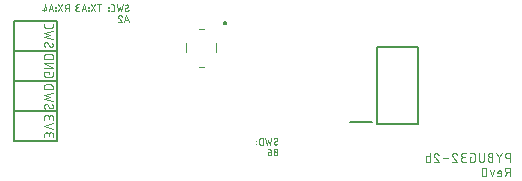
<source format=gbr>
G04 EAGLE Gerber RS-274X export*
G75*
%MOMM*%
%FSLAX34Y34*%
%LPD*%
%INSilkscreen Bottom*%
%IPPOS*%
%AMOC8*
5,1,8,0,0,1.08239X$1,22.5*%
G01*
%ADD10C,0.076200*%
%ADD11C,0.203200*%
%ADD12C,0.050800*%
%ADD13C,0.200000*%
%ADD14C,0.100000*%


D10*
X31228Y71783D02*
X31150Y71781D01*
X31072Y71776D01*
X30995Y71766D01*
X30918Y71753D01*
X30842Y71737D01*
X30767Y71717D01*
X30693Y71693D01*
X30620Y71666D01*
X30548Y71635D01*
X30478Y71601D01*
X30410Y71564D01*
X30343Y71523D01*
X30278Y71479D01*
X30216Y71433D01*
X30156Y71383D01*
X30098Y71331D01*
X30043Y71276D01*
X29991Y71218D01*
X29941Y71158D01*
X29895Y71096D01*
X29851Y71031D01*
X29810Y70965D01*
X29773Y70896D01*
X29739Y70826D01*
X29708Y70754D01*
X29681Y70681D01*
X29657Y70607D01*
X29637Y70532D01*
X29621Y70456D01*
X29608Y70379D01*
X29598Y70302D01*
X29593Y70224D01*
X29591Y70146D01*
X29593Y70032D01*
X29598Y69919D01*
X29608Y69805D01*
X29621Y69692D01*
X29638Y69580D01*
X29658Y69468D01*
X29682Y69357D01*
X29710Y69246D01*
X29741Y69137D01*
X29776Y69029D01*
X29815Y68922D01*
X29857Y68816D01*
X29902Y68712D01*
X29951Y68609D01*
X30004Y68508D01*
X30059Y68409D01*
X30118Y68311D01*
X30180Y68216D01*
X30245Y68123D01*
X30313Y68031D01*
X30384Y67943D01*
X30458Y67856D01*
X30535Y67772D01*
X30614Y67691D01*
X35320Y67895D02*
X35398Y67897D01*
X35476Y67902D01*
X35553Y67912D01*
X35630Y67925D01*
X35706Y67941D01*
X35781Y67961D01*
X35855Y67985D01*
X35928Y68012D01*
X36000Y68043D01*
X36070Y68077D01*
X36139Y68114D01*
X36205Y68155D01*
X36270Y68199D01*
X36332Y68245D01*
X36392Y68295D01*
X36450Y68347D01*
X36505Y68402D01*
X36557Y68460D01*
X36607Y68520D01*
X36653Y68582D01*
X36697Y68647D01*
X36738Y68714D01*
X36775Y68782D01*
X36809Y68852D01*
X36840Y68924D01*
X36867Y68997D01*
X36891Y69071D01*
X36911Y69146D01*
X36927Y69222D01*
X36940Y69299D01*
X36950Y69376D01*
X36955Y69454D01*
X36957Y69532D01*
X36955Y69642D01*
X36949Y69751D01*
X36939Y69861D01*
X36926Y69969D01*
X36908Y70078D01*
X36887Y70185D01*
X36861Y70292D01*
X36832Y70398D01*
X36800Y70503D01*
X36763Y70606D01*
X36723Y70708D01*
X36679Y70809D01*
X36631Y70908D01*
X36581Y71005D01*
X36526Y71100D01*
X36468Y71193D01*
X36407Y71284D01*
X36343Y71373D01*
X33887Y68714D02*
X33929Y68647D01*
X33973Y68582D01*
X34021Y68520D01*
X34071Y68460D01*
X34124Y68402D01*
X34180Y68347D01*
X34239Y68295D01*
X34299Y68245D01*
X34363Y68198D01*
X34428Y68155D01*
X34495Y68114D01*
X34564Y68077D01*
X34635Y68043D01*
X34707Y68012D01*
X34781Y67985D01*
X34855Y67961D01*
X34931Y67941D01*
X35008Y67925D01*
X35085Y67912D01*
X35163Y67902D01*
X35242Y67897D01*
X35320Y67895D01*
X32660Y70965D02*
X32618Y71031D01*
X32574Y71096D01*
X32527Y71158D01*
X32476Y71218D01*
X32423Y71276D01*
X32367Y71331D01*
X32309Y71384D01*
X32248Y71433D01*
X32185Y71480D01*
X32120Y71523D01*
X32053Y71564D01*
X31984Y71601D01*
X31913Y71635D01*
X31841Y71666D01*
X31767Y71693D01*
X31692Y71717D01*
X31617Y71737D01*
X31540Y71753D01*
X31463Y71766D01*
X31385Y71776D01*
X31306Y71781D01*
X31228Y71783D01*
X32660Y70965D02*
X33888Y68714D01*
X36957Y74510D02*
X29591Y76147D01*
X34502Y77784D01*
X29591Y79421D01*
X36957Y81058D01*
X36957Y84272D02*
X29591Y84272D01*
X36957Y84272D02*
X36957Y86318D01*
X36955Y86407D01*
X36949Y86496D01*
X36939Y86585D01*
X36926Y86673D01*
X36909Y86761D01*
X36887Y86848D01*
X36862Y86933D01*
X36834Y87018D01*
X36801Y87101D01*
X36765Y87183D01*
X36726Y87263D01*
X36683Y87341D01*
X36637Y87417D01*
X36587Y87492D01*
X36534Y87564D01*
X36478Y87633D01*
X36419Y87700D01*
X36358Y87765D01*
X36293Y87826D01*
X36226Y87885D01*
X36157Y87941D01*
X36085Y87994D01*
X36010Y88044D01*
X35934Y88090D01*
X35856Y88133D01*
X35776Y88172D01*
X35694Y88208D01*
X35611Y88241D01*
X35526Y88269D01*
X35441Y88294D01*
X35354Y88316D01*
X35266Y88333D01*
X35178Y88346D01*
X35089Y88356D01*
X35000Y88362D01*
X34911Y88364D01*
X31637Y88364D01*
X31548Y88362D01*
X31459Y88356D01*
X31370Y88346D01*
X31282Y88333D01*
X31194Y88316D01*
X31107Y88294D01*
X31022Y88269D01*
X30937Y88241D01*
X30854Y88208D01*
X30772Y88172D01*
X30692Y88133D01*
X30614Y88090D01*
X30538Y88044D01*
X30463Y87994D01*
X30391Y87941D01*
X30322Y87885D01*
X30255Y87826D01*
X30190Y87765D01*
X30129Y87700D01*
X30070Y87633D01*
X30014Y87564D01*
X29961Y87492D01*
X29911Y87417D01*
X29865Y87341D01*
X29822Y87263D01*
X29783Y87183D01*
X29747Y87101D01*
X29714Y87018D01*
X29686Y86933D01*
X29661Y86848D01*
X29639Y86761D01*
X29622Y86673D01*
X29609Y86585D01*
X29599Y86496D01*
X29593Y86407D01*
X29591Y86318D01*
X29591Y84272D01*
X29591Y45607D02*
X29591Y43561D01*
X29591Y45607D02*
X29593Y45696D01*
X29599Y45785D01*
X29609Y45874D01*
X29622Y45962D01*
X29639Y46050D01*
X29661Y46137D01*
X29686Y46222D01*
X29714Y46307D01*
X29747Y46390D01*
X29783Y46472D01*
X29822Y46552D01*
X29865Y46630D01*
X29911Y46706D01*
X29961Y46781D01*
X30014Y46853D01*
X30070Y46922D01*
X30129Y46989D01*
X30190Y47054D01*
X30255Y47115D01*
X30322Y47174D01*
X30391Y47230D01*
X30463Y47283D01*
X30538Y47333D01*
X30614Y47379D01*
X30692Y47422D01*
X30772Y47461D01*
X30854Y47497D01*
X30937Y47530D01*
X31022Y47558D01*
X31107Y47583D01*
X31194Y47605D01*
X31282Y47622D01*
X31370Y47635D01*
X31459Y47645D01*
X31548Y47651D01*
X31637Y47653D01*
X31726Y47651D01*
X31815Y47645D01*
X31904Y47635D01*
X31992Y47622D01*
X32080Y47605D01*
X32167Y47583D01*
X32252Y47558D01*
X32337Y47530D01*
X32420Y47497D01*
X32502Y47461D01*
X32582Y47422D01*
X32660Y47379D01*
X32736Y47333D01*
X32811Y47283D01*
X32883Y47230D01*
X32952Y47174D01*
X33019Y47115D01*
X33084Y47054D01*
X33145Y46989D01*
X33204Y46922D01*
X33260Y46853D01*
X33313Y46781D01*
X33363Y46706D01*
X33409Y46630D01*
X33452Y46552D01*
X33491Y46472D01*
X33527Y46390D01*
X33560Y46307D01*
X33588Y46222D01*
X33613Y46137D01*
X33635Y46050D01*
X33652Y45962D01*
X33665Y45874D01*
X33675Y45785D01*
X33681Y45696D01*
X33683Y45607D01*
X36957Y46016D02*
X36957Y43561D01*
X36957Y46016D02*
X36955Y46095D01*
X36949Y46174D01*
X36940Y46253D01*
X36927Y46331D01*
X36909Y46408D01*
X36889Y46484D01*
X36864Y46559D01*
X36836Y46633D01*
X36805Y46706D01*
X36769Y46777D01*
X36731Y46846D01*
X36689Y46913D01*
X36644Y46978D01*
X36596Y47041D01*
X36545Y47102D01*
X36491Y47159D01*
X36435Y47215D01*
X36376Y47267D01*
X36314Y47317D01*
X36250Y47363D01*
X36184Y47407D01*
X36116Y47447D01*
X36046Y47483D01*
X35974Y47517D01*
X35900Y47547D01*
X35826Y47573D01*
X35750Y47596D01*
X35673Y47614D01*
X35596Y47630D01*
X35517Y47641D01*
X35439Y47649D01*
X35360Y47653D01*
X35280Y47653D01*
X35201Y47649D01*
X35123Y47641D01*
X35044Y47630D01*
X34967Y47614D01*
X34890Y47596D01*
X34814Y47573D01*
X34740Y47547D01*
X34666Y47517D01*
X34594Y47483D01*
X34524Y47447D01*
X34456Y47407D01*
X34390Y47363D01*
X34326Y47317D01*
X34264Y47267D01*
X34205Y47215D01*
X34149Y47159D01*
X34095Y47102D01*
X34044Y47041D01*
X33996Y46978D01*
X33951Y46913D01*
X33909Y46846D01*
X33871Y46777D01*
X33835Y46706D01*
X33804Y46633D01*
X33776Y46559D01*
X33751Y46484D01*
X33731Y46408D01*
X33713Y46331D01*
X33700Y46253D01*
X33691Y46174D01*
X33685Y46095D01*
X33683Y46016D01*
X33683Y44379D01*
X36957Y50467D02*
X29591Y52922D01*
X36957Y55378D01*
X29591Y58191D02*
X29591Y60237D01*
X29593Y60326D01*
X29599Y60415D01*
X29609Y60504D01*
X29622Y60592D01*
X29639Y60680D01*
X29661Y60767D01*
X29686Y60852D01*
X29714Y60937D01*
X29747Y61020D01*
X29783Y61102D01*
X29822Y61182D01*
X29865Y61260D01*
X29911Y61336D01*
X29961Y61411D01*
X30014Y61483D01*
X30070Y61552D01*
X30129Y61619D01*
X30190Y61684D01*
X30255Y61745D01*
X30322Y61804D01*
X30391Y61860D01*
X30463Y61913D01*
X30538Y61963D01*
X30614Y62009D01*
X30692Y62052D01*
X30772Y62091D01*
X30854Y62127D01*
X30937Y62160D01*
X31022Y62188D01*
X31107Y62213D01*
X31194Y62235D01*
X31282Y62252D01*
X31370Y62265D01*
X31459Y62275D01*
X31548Y62281D01*
X31637Y62283D01*
X31726Y62281D01*
X31815Y62275D01*
X31904Y62265D01*
X31992Y62252D01*
X32080Y62235D01*
X32167Y62213D01*
X32252Y62188D01*
X32337Y62160D01*
X32420Y62127D01*
X32502Y62091D01*
X32582Y62052D01*
X32660Y62009D01*
X32736Y61963D01*
X32811Y61913D01*
X32883Y61860D01*
X32952Y61804D01*
X33019Y61745D01*
X33084Y61684D01*
X33145Y61619D01*
X33204Y61552D01*
X33260Y61483D01*
X33313Y61411D01*
X33363Y61336D01*
X33409Y61260D01*
X33452Y61182D01*
X33491Y61102D01*
X33527Y61020D01*
X33560Y60937D01*
X33588Y60852D01*
X33613Y60767D01*
X33635Y60680D01*
X33652Y60592D01*
X33665Y60504D01*
X33675Y60415D01*
X33681Y60326D01*
X33683Y60237D01*
X36957Y60647D02*
X36957Y58191D01*
X36957Y60647D02*
X36955Y60726D01*
X36949Y60805D01*
X36940Y60884D01*
X36927Y60962D01*
X36909Y61039D01*
X36889Y61115D01*
X36864Y61190D01*
X36836Y61264D01*
X36805Y61337D01*
X36769Y61408D01*
X36731Y61477D01*
X36689Y61544D01*
X36644Y61609D01*
X36596Y61672D01*
X36545Y61733D01*
X36491Y61790D01*
X36435Y61846D01*
X36376Y61898D01*
X36314Y61948D01*
X36250Y61994D01*
X36184Y62038D01*
X36116Y62078D01*
X36046Y62114D01*
X35974Y62148D01*
X35900Y62178D01*
X35826Y62204D01*
X35750Y62227D01*
X35673Y62245D01*
X35596Y62261D01*
X35517Y62272D01*
X35439Y62280D01*
X35360Y62284D01*
X35280Y62284D01*
X35201Y62280D01*
X35123Y62272D01*
X35044Y62261D01*
X34967Y62245D01*
X34890Y62227D01*
X34814Y62204D01*
X34740Y62178D01*
X34666Y62148D01*
X34594Y62114D01*
X34524Y62078D01*
X34456Y62038D01*
X34390Y61994D01*
X34326Y61948D01*
X34264Y61898D01*
X34205Y61846D01*
X34149Y61790D01*
X34095Y61733D01*
X34044Y61672D01*
X33996Y61609D01*
X33951Y61544D01*
X33909Y61477D01*
X33871Y61408D01*
X33835Y61337D01*
X33804Y61264D01*
X33776Y61190D01*
X33751Y61115D01*
X33731Y61039D01*
X33713Y60962D01*
X33700Y60884D01*
X33691Y60805D01*
X33685Y60726D01*
X33683Y60647D01*
X33683Y59010D01*
X33683Y97226D02*
X33683Y98453D01*
X29591Y98453D01*
X29591Y95998D01*
X29593Y95920D01*
X29598Y95842D01*
X29608Y95765D01*
X29621Y95688D01*
X29637Y95612D01*
X29657Y95537D01*
X29681Y95463D01*
X29708Y95390D01*
X29739Y95318D01*
X29773Y95248D01*
X29810Y95180D01*
X29851Y95113D01*
X29895Y95048D01*
X29941Y94986D01*
X29991Y94926D01*
X30043Y94868D01*
X30098Y94813D01*
X30156Y94761D01*
X30216Y94711D01*
X30278Y94665D01*
X30343Y94621D01*
X30409Y94580D01*
X30478Y94543D01*
X30548Y94509D01*
X30620Y94478D01*
X30693Y94451D01*
X30767Y94427D01*
X30842Y94407D01*
X30918Y94391D01*
X30995Y94378D01*
X31072Y94368D01*
X31150Y94363D01*
X31228Y94361D01*
X35320Y94361D01*
X35398Y94363D01*
X35476Y94368D01*
X35553Y94378D01*
X35630Y94391D01*
X35706Y94407D01*
X35781Y94427D01*
X35855Y94451D01*
X35928Y94478D01*
X36000Y94509D01*
X36070Y94543D01*
X36139Y94580D01*
X36205Y94621D01*
X36270Y94665D01*
X36332Y94711D01*
X36392Y94761D01*
X36450Y94813D01*
X36505Y94868D01*
X36557Y94926D01*
X36607Y94986D01*
X36653Y95048D01*
X36697Y95113D01*
X36738Y95180D01*
X36775Y95248D01*
X36809Y95318D01*
X36840Y95390D01*
X36867Y95463D01*
X36891Y95537D01*
X36911Y95612D01*
X36927Y95688D01*
X36940Y95765D01*
X36950Y95842D01*
X36955Y95920D01*
X36957Y95998D01*
X36957Y98453D01*
X36957Y102164D02*
X29591Y102164D01*
X29591Y106256D02*
X36957Y102164D01*
X36957Y106256D02*
X29591Y106256D01*
X29591Y109967D02*
X36957Y109967D01*
X36957Y112013D01*
X36955Y112102D01*
X36949Y112191D01*
X36939Y112280D01*
X36926Y112368D01*
X36909Y112456D01*
X36887Y112543D01*
X36862Y112628D01*
X36834Y112713D01*
X36801Y112796D01*
X36765Y112878D01*
X36726Y112958D01*
X36683Y113036D01*
X36637Y113112D01*
X36587Y113187D01*
X36534Y113259D01*
X36478Y113328D01*
X36419Y113395D01*
X36358Y113460D01*
X36293Y113521D01*
X36226Y113580D01*
X36157Y113636D01*
X36085Y113689D01*
X36010Y113739D01*
X35934Y113785D01*
X35856Y113828D01*
X35776Y113867D01*
X35694Y113903D01*
X35611Y113936D01*
X35526Y113964D01*
X35441Y113989D01*
X35354Y114011D01*
X35266Y114028D01*
X35178Y114041D01*
X35089Y114051D01*
X35000Y114057D01*
X34911Y114059D01*
X31637Y114059D01*
X31548Y114057D01*
X31459Y114051D01*
X31370Y114041D01*
X31282Y114028D01*
X31194Y114011D01*
X31107Y113989D01*
X31022Y113964D01*
X30937Y113936D01*
X30854Y113903D01*
X30772Y113867D01*
X30692Y113828D01*
X30614Y113785D01*
X30538Y113739D01*
X30463Y113689D01*
X30391Y113636D01*
X30322Y113580D01*
X30255Y113521D01*
X30190Y113460D01*
X30129Y113395D01*
X30070Y113328D01*
X30014Y113259D01*
X29961Y113187D01*
X29911Y113112D01*
X29865Y113036D01*
X29822Y112958D01*
X29783Y112878D01*
X29747Y112796D01*
X29714Y112713D01*
X29686Y112628D01*
X29661Y112543D01*
X29639Y112456D01*
X29622Y112368D01*
X29609Y112280D01*
X29599Y112191D01*
X29593Y112102D01*
X29591Y112013D01*
X29591Y109967D01*
X29591Y122216D02*
X29593Y122294D01*
X29598Y122372D01*
X29608Y122449D01*
X29621Y122526D01*
X29637Y122602D01*
X29657Y122677D01*
X29681Y122751D01*
X29708Y122824D01*
X29739Y122896D01*
X29773Y122966D01*
X29810Y123035D01*
X29851Y123101D01*
X29895Y123166D01*
X29941Y123228D01*
X29991Y123288D01*
X30043Y123346D01*
X30098Y123401D01*
X30156Y123453D01*
X30216Y123503D01*
X30278Y123549D01*
X30343Y123593D01*
X30410Y123634D01*
X30478Y123671D01*
X30548Y123705D01*
X30620Y123736D01*
X30693Y123763D01*
X30767Y123787D01*
X30842Y123807D01*
X30918Y123823D01*
X30995Y123836D01*
X31072Y123846D01*
X31150Y123851D01*
X31228Y123853D01*
X29591Y122216D02*
X29593Y122102D01*
X29598Y121989D01*
X29608Y121875D01*
X29621Y121762D01*
X29638Y121650D01*
X29658Y121538D01*
X29682Y121427D01*
X29710Y121316D01*
X29741Y121207D01*
X29776Y121099D01*
X29815Y120992D01*
X29857Y120886D01*
X29902Y120782D01*
X29951Y120679D01*
X30004Y120578D01*
X30059Y120479D01*
X30118Y120381D01*
X30180Y120286D01*
X30245Y120193D01*
X30313Y120101D01*
X30384Y120013D01*
X30458Y119926D01*
X30535Y119842D01*
X30614Y119761D01*
X35320Y119965D02*
X35398Y119967D01*
X35476Y119972D01*
X35553Y119982D01*
X35630Y119995D01*
X35706Y120011D01*
X35781Y120031D01*
X35855Y120055D01*
X35928Y120082D01*
X36000Y120113D01*
X36070Y120147D01*
X36139Y120184D01*
X36205Y120225D01*
X36270Y120269D01*
X36332Y120315D01*
X36392Y120365D01*
X36450Y120417D01*
X36505Y120472D01*
X36557Y120530D01*
X36607Y120590D01*
X36653Y120652D01*
X36697Y120717D01*
X36738Y120784D01*
X36775Y120852D01*
X36809Y120922D01*
X36840Y120994D01*
X36867Y121067D01*
X36891Y121141D01*
X36911Y121216D01*
X36927Y121292D01*
X36940Y121369D01*
X36950Y121446D01*
X36955Y121524D01*
X36957Y121602D01*
X36955Y121712D01*
X36949Y121821D01*
X36939Y121931D01*
X36926Y122039D01*
X36908Y122148D01*
X36887Y122255D01*
X36861Y122362D01*
X36832Y122468D01*
X36800Y122573D01*
X36763Y122676D01*
X36723Y122778D01*
X36679Y122879D01*
X36631Y122978D01*
X36581Y123075D01*
X36526Y123170D01*
X36468Y123263D01*
X36407Y123354D01*
X36343Y123443D01*
X33887Y120784D02*
X33929Y120717D01*
X33973Y120652D01*
X34021Y120590D01*
X34071Y120530D01*
X34124Y120472D01*
X34180Y120417D01*
X34239Y120365D01*
X34299Y120315D01*
X34363Y120268D01*
X34428Y120225D01*
X34495Y120184D01*
X34564Y120147D01*
X34635Y120113D01*
X34707Y120082D01*
X34781Y120055D01*
X34855Y120031D01*
X34931Y120011D01*
X35008Y119995D01*
X35085Y119982D01*
X35163Y119972D01*
X35242Y119967D01*
X35320Y119965D01*
X32660Y123035D02*
X32618Y123101D01*
X32574Y123166D01*
X32527Y123228D01*
X32476Y123288D01*
X32423Y123346D01*
X32367Y123401D01*
X32309Y123454D01*
X32248Y123503D01*
X32185Y123550D01*
X32120Y123593D01*
X32053Y123634D01*
X31984Y123671D01*
X31913Y123705D01*
X31841Y123736D01*
X31767Y123763D01*
X31692Y123787D01*
X31617Y123807D01*
X31540Y123823D01*
X31463Y123836D01*
X31385Y123846D01*
X31306Y123851D01*
X31228Y123853D01*
X32660Y123035D02*
X33888Y120784D01*
X36957Y126580D02*
X29591Y128217D01*
X34502Y129854D01*
X29591Y131491D01*
X36957Y133128D01*
X29591Y137712D02*
X29591Y139349D01*
X29591Y137712D02*
X29593Y137634D01*
X29598Y137556D01*
X29608Y137479D01*
X29621Y137402D01*
X29637Y137326D01*
X29657Y137251D01*
X29681Y137177D01*
X29708Y137104D01*
X29739Y137032D01*
X29773Y136962D01*
X29810Y136894D01*
X29851Y136827D01*
X29895Y136762D01*
X29941Y136700D01*
X29991Y136640D01*
X30043Y136582D01*
X30098Y136527D01*
X30156Y136475D01*
X30216Y136425D01*
X30278Y136379D01*
X30343Y136335D01*
X30409Y136294D01*
X30478Y136257D01*
X30548Y136223D01*
X30620Y136192D01*
X30693Y136165D01*
X30767Y136141D01*
X30842Y136121D01*
X30918Y136105D01*
X30995Y136092D01*
X31072Y136082D01*
X31150Y136077D01*
X31228Y136075D01*
X35320Y136075D01*
X35398Y136077D01*
X35476Y136082D01*
X35553Y136092D01*
X35630Y136105D01*
X35706Y136121D01*
X35781Y136141D01*
X35855Y136165D01*
X35928Y136192D01*
X36000Y136223D01*
X36070Y136257D01*
X36139Y136294D01*
X36205Y136335D01*
X36270Y136379D01*
X36332Y136425D01*
X36392Y136475D01*
X36450Y136527D01*
X36505Y136582D01*
X36557Y136640D01*
X36607Y136700D01*
X36653Y136762D01*
X36697Y136827D01*
X36738Y136894D01*
X36775Y136962D01*
X36809Y137032D01*
X36840Y137104D01*
X36867Y137177D01*
X36891Y137251D01*
X36911Y137326D01*
X36927Y137402D01*
X36940Y137479D01*
X36950Y137556D01*
X36955Y137634D01*
X36957Y137712D01*
X36957Y139349D01*
X423799Y30099D02*
X423799Y22733D01*
X423799Y30099D02*
X421753Y30099D01*
X421664Y30097D01*
X421575Y30091D01*
X421486Y30081D01*
X421398Y30068D01*
X421310Y30051D01*
X421223Y30029D01*
X421138Y30004D01*
X421053Y29976D01*
X420970Y29943D01*
X420888Y29907D01*
X420808Y29868D01*
X420730Y29825D01*
X420654Y29779D01*
X420579Y29729D01*
X420507Y29676D01*
X420438Y29620D01*
X420371Y29561D01*
X420306Y29500D01*
X420245Y29435D01*
X420186Y29368D01*
X420130Y29299D01*
X420077Y29227D01*
X420027Y29152D01*
X419981Y29076D01*
X419938Y28998D01*
X419899Y28918D01*
X419863Y28836D01*
X419830Y28753D01*
X419802Y28668D01*
X419777Y28583D01*
X419755Y28496D01*
X419738Y28408D01*
X419725Y28320D01*
X419715Y28231D01*
X419709Y28142D01*
X419707Y28053D01*
X419709Y27964D01*
X419715Y27875D01*
X419725Y27786D01*
X419738Y27698D01*
X419755Y27610D01*
X419777Y27523D01*
X419802Y27438D01*
X419830Y27353D01*
X419863Y27270D01*
X419899Y27188D01*
X419938Y27108D01*
X419981Y27030D01*
X420027Y26954D01*
X420077Y26879D01*
X420130Y26807D01*
X420186Y26738D01*
X420245Y26671D01*
X420306Y26606D01*
X420371Y26545D01*
X420438Y26486D01*
X420507Y26430D01*
X420579Y26377D01*
X420654Y26327D01*
X420730Y26281D01*
X420808Y26238D01*
X420888Y26199D01*
X420970Y26163D01*
X421053Y26130D01*
X421138Y26102D01*
X421223Y26077D01*
X421310Y26055D01*
X421398Y26038D01*
X421486Y26025D01*
X421575Y26015D01*
X421664Y26009D01*
X421753Y26007D01*
X423799Y26007D01*
X417255Y30099D02*
X414799Y26621D01*
X412344Y30099D01*
X414799Y26621D02*
X414799Y22733D01*
X409169Y26825D02*
X407123Y26825D01*
X407034Y26823D01*
X406945Y26817D01*
X406856Y26807D01*
X406768Y26794D01*
X406680Y26777D01*
X406593Y26755D01*
X406508Y26730D01*
X406423Y26702D01*
X406340Y26669D01*
X406258Y26633D01*
X406178Y26594D01*
X406100Y26551D01*
X406024Y26505D01*
X405949Y26455D01*
X405877Y26402D01*
X405808Y26346D01*
X405741Y26287D01*
X405676Y26226D01*
X405615Y26161D01*
X405556Y26094D01*
X405500Y26025D01*
X405447Y25953D01*
X405397Y25878D01*
X405351Y25802D01*
X405308Y25724D01*
X405269Y25644D01*
X405233Y25562D01*
X405200Y25479D01*
X405172Y25394D01*
X405147Y25309D01*
X405125Y25222D01*
X405108Y25134D01*
X405095Y25046D01*
X405085Y24957D01*
X405079Y24868D01*
X405077Y24779D01*
X405079Y24690D01*
X405085Y24601D01*
X405095Y24512D01*
X405108Y24424D01*
X405125Y24336D01*
X405147Y24249D01*
X405172Y24164D01*
X405200Y24079D01*
X405233Y23996D01*
X405269Y23914D01*
X405308Y23834D01*
X405351Y23756D01*
X405397Y23680D01*
X405447Y23605D01*
X405500Y23533D01*
X405556Y23464D01*
X405615Y23397D01*
X405676Y23332D01*
X405741Y23271D01*
X405808Y23212D01*
X405877Y23156D01*
X405949Y23103D01*
X406024Y23053D01*
X406100Y23007D01*
X406178Y22964D01*
X406258Y22925D01*
X406340Y22889D01*
X406423Y22856D01*
X406508Y22828D01*
X406593Y22803D01*
X406680Y22781D01*
X406768Y22764D01*
X406856Y22751D01*
X406945Y22741D01*
X407034Y22735D01*
X407123Y22733D01*
X409169Y22733D01*
X409169Y30099D01*
X407123Y30099D01*
X407044Y30097D01*
X406965Y30091D01*
X406886Y30082D01*
X406808Y30069D01*
X406731Y30051D01*
X406655Y30031D01*
X406580Y30006D01*
X406506Y29978D01*
X406433Y29947D01*
X406362Y29911D01*
X406293Y29873D01*
X406226Y29831D01*
X406161Y29786D01*
X406098Y29738D01*
X406037Y29687D01*
X405980Y29633D01*
X405924Y29577D01*
X405872Y29518D01*
X405822Y29456D01*
X405776Y29392D01*
X405732Y29326D01*
X405692Y29258D01*
X405656Y29188D01*
X405622Y29116D01*
X405592Y29042D01*
X405566Y28968D01*
X405543Y28892D01*
X405525Y28815D01*
X405509Y28738D01*
X405498Y28659D01*
X405490Y28581D01*
X405486Y28502D01*
X405486Y28422D01*
X405490Y28343D01*
X405498Y28265D01*
X405509Y28186D01*
X405525Y28109D01*
X405543Y28032D01*
X405566Y27956D01*
X405592Y27882D01*
X405622Y27808D01*
X405656Y27736D01*
X405692Y27666D01*
X405732Y27598D01*
X405776Y27532D01*
X405822Y27468D01*
X405872Y27406D01*
X405924Y27347D01*
X405980Y27291D01*
X406037Y27237D01*
X406098Y27186D01*
X406161Y27138D01*
X406226Y27093D01*
X406293Y27051D01*
X406362Y27013D01*
X406433Y26977D01*
X406506Y26946D01*
X406580Y26918D01*
X406655Y26893D01*
X406731Y26873D01*
X406808Y26855D01*
X406886Y26842D01*
X406965Y26833D01*
X407044Y26827D01*
X407123Y26825D01*
X401971Y24779D02*
X401971Y30099D01*
X401971Y24779D02*
X401969Y24690D01*
X401963Y24601D01*
X401953Y24512D01*
X401940Y24424D01*
X401923Y24336D01*
X401901Y24249D01*
X401876Y24164D01*
X401848Y24079D01*
X401815Y23996D01*
X401779Y23914D01*
X401740Y23834D01*
X401697Y23756D01*
X401651Y23680D01*
X401601Y23605D01*
X401548Y23533D01*
X401492Y23464D01*
X401433Y23397D01*
X401372Y23332D01*
X401307Y23271D01*
X401240Y23212D01*
X401171Y23156D01*
X401099Y23103D01*
X401024Y23053D01*
X400948Y23007D01*
X400870Y22964D01*
X400790Y22925D01*
X400708Y22889D01*
X400625Y22856D01*
X400540Y22828D01*
X400455Y22803D01*
X400368Y22781D01*
X400280Y22764D01*
X400192Y22751D01*
X400103Y22741D01*
X400014Y22735D01*
X399925Y22733D01*
X399836Y22735D01*
X399747Y22741D01*
X399658Y22751D01*
X399570Y22764D01*
X399482Y22781D01*
X399395Y22803D01*
X399310Y22828D01*
X399225Y22856D01*
X399142Y22889D01*
X399060Y22925D01*
X398980Y22964D01*
X398902Y23007D01*
X398826Y23053D01*
X398751Y23103D01*
X398679Y23156D01*
X398610Y23212D01*
X398543Y23271D01*
X398478Y23332D01*
X398417Y23397D01*
X398358Y23464D01*
X398302Y23533D01*
X398249Y23605D01*
X398199Y23680D01*
X398153Y23756D01*
X398110Y23834D01*
X398071Y23914D01*
X398035Y23996D01*
X398002Y24079D01*
X397974Y24164D01*
X397949Y24249D01*
X397927Y24336D01*
X397910Y24424D01*
X397897Y24512D01*
X397887Y24601D01*
X397881Y24690D01*
X397879Y24779D01*
X397879Y30099D01*
X391304Y26825D02*
X390076Y26825D01*
X390076Y22733D01*
X392531Y22733D01*
X392609Y22735D01*
X392687Y22740D01*
X392764Y22750D01*
X392841Y22763D01*
X392917Y22779D01*
X392992Y22799D01*
X393066Y22823D01*
X393139Y22850D01*
X393211Y22881D01*
X393281Y22915D01*
X393350Y22952D01*
X393416Y22993D01*
X393481Y23037D01*
X393543Y23083D01*
X393603Y23133D01*
X393661Y23185D01*
X393716Y23240D01*
X393768Y23298D01*
X393818Y23358D01*
X393864Y23420D01*
X393908Y23485D01*
X393949Y23552D01*
X393986Y23620D01*
X394020Y23690D01*
X394051Y23762D01*
X394078Y23835D01*
X394102Y23909D01*
X394122Y23984D01*
X394138Y24060D01*
X394151Y24137D01*
X394161Y24214D01*
X394166Y24292D01*
X394168Y24370D01*
X394168Y28462D01*
X394166Y28540D01*
X394161Y28618D01*
X394151Y28695D01*
X394138Y28772D01*
X394122Y28848D01*
X394102Y28923D01*
X394078Y28997D01*
X394051Y29070D01*
X394020Y29142D01*
X393986Y29212D01*
X393949Y29281D01*
X393908Y29347D01*
X393864Y29412D01*
X393818Y29474D01*
X393768Y29534D01*
X393716Y29592D01*
X393661Y29647D01*
X393603Y29699D01*
X393543Y29749D01*
X393481Y29795D01*
X393416Y29839D01*
X393350Y29880D01*
X393281Y29917D01*
X393211Y29951D01*
X393139Y29982D01*
X393066Y30009D01*
X392992Y30033D01*
X392917Y30053D01*
X392841Y30069D01*
X392764Y30082D01*
X392687Y30092D01*
X392609Y30097D01*
X392531Y30099D01*
X390076Y30099D01*
X386609Y22733D02*
X384563Y22733D01*
X384474Y22735D01*
X384385Y22741D01*
X384296Y22751D01*
X384208Y22764D01*
X384120Y22781D01*
X384033Y22803D01*
X383948Y22828D01*
X383863Y22856D01*
X383780Y22889D01*
X383698Y22925D01*
X383618Y22964D01*
X383540Y23007D01*
X383464Y23053D01*
X383389Y23103D01*
X383317Y23156D01*
X383248Y23212D01*
X383181Y23271D01*
X383116Y23332D01*
X383055Y23397D01*
X382996Y23464D01*
X382940Y23533D01*
X382887Y23605D01*
X382837Y23680D01*
X382791Y23756D01*
X382748Y23834D01*
X382709Y23914D01*
X382673Y23996D01*
X382640Y24079D01*
X382612Y24164D01*
X382587Y24249D01*
X382565Y24336D01*
X382548Y24424D01*
X382535Y24512D01*
X382525Y24601D01*
X382519Y24690D01*
X382517Y24779D01*
X382519Y24868D01*
X382525Y24957D01*
X382535Y25046D01*
X382548Y25134D01*
X382565Y25222D01*
X382587Y25309D01*
X382612Y25394D01*
X382640Y25479D01*
X382673Y25562D01*
X382709Y25644D01*
X382748Y25724D01*
X382791Y25802D01*
X382837Y25878D01*
X382887Y25953D01*
X382940Y26025D01*
X382996Y26094D01*
X383055Y26161D01*
X383116Y26226D01*
X383181Y26287D01*
X383248Y26346D01*
X383317Y26402D01*
X383389Y26455D01*
X383464Y26505D01*
X383540Y26551D01*
X383618Y26594D01*
X383698Y26633D01*
X383780Y26669D01*
X383863Y26702D01*
X383948Y26730D01*
X384033Y26755D01*
X384120Y26777D01*
X384208Y26794D01*
X384296Y26807D01*
X384385Y26817D01*
X384474Y26823D01*
X384563Y26825D01*
X384154Y30099D02*
X386609Y30099D01*
X384154Y30099D02*
X384075Y30097D01*
X383996Y30091D01*
X383917Y30082D01*
X383839Y30069D01*
X383762Y30051D01*
X383686Y30031D01*
X383611Y30006D01*
X383537Y29978D01*
X383464Y29947D01*
X383393Y29911D01*
X383324Y29873D01*
X383257Y29831D01*
X383192Y29786D01*
X383129Y29738D01*
X383068Y29687D01*
X383011Y29633D01*
X382955Y29577D01*
X382903Y29518D01*
X382853Y29456D01*
X382807Y29392D01*
X382763Y29326D01*
X382723Y29258D01*
X382687Y29188D01*
X382653Y29116D01*
X382623Y29042D01*
X382597Y28968D01*
X382574Y28892D01*
X382556Y28815D01*
X382540Y28738D01*
X382529Y28659D01*
X382521Y28581D01*
X382517Y28502D01*
X382517Y28422D01*
X382521Y28343D01*
X382529Y28265D01*
X382540Y28186D01*
X382556Y28109D01*
X382574Y28032D01*
X382597Y27956D01*
X382623Y27882D01*
X382653Y27808D01*
X382687Y27736D01*
X382723Y27666D01*
X382763Y27598D01*
X382807Y27532D01*
X382853Y27468D01*
X382903Y27406D01*
X382955Y27347D01*
X383011Y27291D01*
X383068Y27237D01*
X383129Y27186D01*
X383192Y27138D01*
X383257Y27093D01*
X383324Y27051D01*
X383393Y27013D01*
X383464Y26977D01*
X383537Y26946D01*
X383611Y26918D01*
X383686Y26893D01*
X383762Y26873D01*
X383839Y26855D01*
X383917Y26842D01*
X383996Y26833D01*
X384075Y26827D01*
X384154Y26825D01*
X385791Y26825D01*
X377043Y30100D02*
X376958Y30098D01*
X376873Y30092D01*
X376789Y30082D01*
X376705Y30069D01*
X376621Y30051D01*
X376539Y30030D01*
X376458Y30005D01*
X376378Y29976D01*
X376299Y29943D01*
X376222Y29907D01*
X376147Y29867D01*
X376073Y29824D01*
X376002Y29778D01*
X375933Y29728D01*
X375866Y29675D01*
X375802Y29619D01*
X375741Y29560D01*
X375682Y29499D01*
X375626Y29435D01*
X375573Y29368D01*
X375523Y29299D01*
X375477Y29228D01*
X375434Y29154D01*
X375394Y29079D01*
X375358Y29002D01*
X375325Y28923D01*
X375296Y28843D01*
X375271Y28762D01*
X375250Y28680D01*
X375232Y28596D01*
X375219Y28512D01*
X375209Y28428D01*
X375203Y28343D01*
X375201Y28258D01*
X377043Y30099D02*
X377139Y30097D01*
X377235Y30091D01*
X377330Y30081D01*
X377425Y30068D01*
X377520Y30050D01*
X377613Y30029D01*
X377706Y30004D01*
X377797Y29975D01*
X377888Y29943D01*
X377977Y29907D01*
X378064Y29867D01*
X378150Y29824D01*
X378234Y29778D01*
X378316Y29728D01*
X378396Y29674D01*
X378473Y29618D01*
X378548Y29558D01*
X378621Y29496D01*
X378691Y29430D01*
X378759Y29362D01*
X378824Y29291D01*
X378885Y29218D01*
X378944Y29142D01*
X379000Y29063D01*
X379052Y28983D01*
X379101Y28900D01*
X379147Y28816D01*
X379189Y28730D01*
X379227Y28642D01*
X379262Y28553D01*
X379294Y28462D01*
X375816Y26826D02*
X375756Y26885D01*
X375699Y26947D01*
X375644Y27011D01*
X375593Y27078D01*
X375544Y27147D01*
X375498Y27217D01*
X375455Y27290D01*
X375415Y27364D01*
X375379Y27440D01*
X375346Y27518D01*
X375316Y27597D01*
X375289Y27677D01*
X375266Y27758D01*
X375247Y27840D01*
X375231Y27922D01*
X375218Y28006D01*
X375209Y28090D01*
X375204Y28174D01*
X375202Y28258D01*
X375816Y26825D02*
X379294Y22733D01*
X375202Y22733D01*
X371900Y25598D02*
X366990Y25598D01*
X361438Y30100D02*
X361353Y30098D01*
X361268Y30092D01*
X361184Y30082D01*
X361100Y30069D01*
X361016Y30051D01*
X360934Y30030D01*
X360853Y30005D01*
X360773Y29976D01*
X360694Y29943D01*
X360617Y29907D01*
X360542Y29867D01*
X360468Y29824D01*
X360397Y29778D01*
X360328Y29728D01*
X360261Y29675D01*
X360197Y29619D01*
X360136Y29560D01*
X360077Y29499D01*
X360021Y29435D01*
X359968Y29368D01*
X359918Y29299D01*
X359872Y29228D01*
X359829Y29154D01*
X359789Y29079D01*
X359753Y29002D01*
X359720Y28923D01*
X359691Y28843D01*
X359666Y28762D01*
X359645Y28680D01*
X359627Y28596D01*
X359614Y28512D01*
X359604Y28428D01*
X359598Y28343D01*
X359596Y28258D01*
X361438Y30099D02*
X361534Y30097D01*
X361630Y30091D01*
X361725Y30081D01*
X361820Y30068D01*
X361915Y30050D01*
X362008Y30029D01*
X362101Y30004D01*
X362192Y29975D01*
X362283Y29943D01*
X362372Y29907D01*
X362459Y29867D01*
X362545Y29824D01*
X362629Y29778D01*
X362711Y29728D01*
X362791Y29674D01*
X362868Y29618D01*
X362943Y29558D01*
X363016Y29496D01*
X363086Y29430D01*
X363154Y29362D01*
X363219Y29291D01*
X363280Y29218D01*
X363339Y29142D01*
X363395Y29063D01*
X363447Y28983D01*
X363496Y28900D01*
X363542Y28816D01*
X363584Y28730D01*
X363622Y28642D01*
X363657Y28553D01*
X363689Y28462D01*
X360210Y26826D02*
X360150Y26885D01*
X360093Y26947D01*
X360038Y27011D01*
X359987Y27078D01*
X359938Y27147D01*
X359892Y27217D01*
X359849Y27290D01*
X359809Y27364D01*
X359773Y27440D01*
X359740Y27518D01*
X359710Y27597D01*
X359683Y27677D01*
X359660Y27758D01*
X359641Y27840D01*
X359625Y27922D01*
X359612Y28006D01*
X359603Y28090D01*
X359598Y28174D01*
X359596Y28258D01*
X360210Y26825D02*
X363688Y22733D01*
X359596Y22733D01*
X356167Y22733D02*
X356167Y30099D01*
X356167Y22733D02*
X354121Y22733D01*
X354052Y22735D01*
X353984Y22741D01*
X353915Y22750D01*
X353848Y22764D01*
X353781Y22781D01*
X353715Y22802D01*
X353651Y22826D01*
X353588Y22855D01*
X353527Y22886D01*
X353468Y22921D01*
X353410Y22959D01*
X353355Y23001D01*
X353303Y23045D01*
X353253Y23093D01*
X353205Y23143D01*
X353161Y23195D01*
X353119Y23250D01*
X353081Y23308D01*
X353046Y23367D01*
X353015Y23428D01*
X352986Y23491D01*
X352962Y23555D01*
X352941Y23621D01*
X352924Y23688D01*
X352910Y23755D01*
X352901Y23824D01*
X352895Y23892D01*
X352893Y23961D01*
X352893Y26416D01*
X352895Y26485D01*
X352901Y26553D01*
X352910Y26622D01*
X352924Y26689D01*
X352941Y26756D01*
X352962Y26822D01*
X352986Y26886D01*
X353015Y26949D01*
X353046Y27010D01*
X353081Y27069D01*
X353119Y27127D01*
X353161Y27182D01*
X353205Y27234D01*
X353253Y27284D01*
X353303Y27332D01*
X353355Y27376D01*
X353410Y27418D01*
X353468Y27456D01*
X353527Y27491D01*
X353588Y27522D01*
X353651Y27551D01*
X353715Y27575D01*
X353781Y27596D01*
X353848Y27613D01*
X353915Y27627D01*
X353984Y27636D01*
X354052Y27642D01*
X354121Y27644D01*
X356167Y27644D01*
X423799Y17907D02*
X423799Y10541D01*
X423799Y17907D02*
X421753Y17907D01*
X421664Y17905D01*
X421575Y17899D01*
X421486Y17889D01*
X421398Y17876D01*
X421310Y17859D01*
X421223Y17837D01*
X421138Y17812D01*
X421053Y17784D01*
X420970Y17751D01*
X420888Y17715D01*
X420808Y17676D01*
X420730Y17633D01*
X420654Y17587D01*
X420579Y17537D01*
X420507Y17484D01*
X420438Y17428D01*
X420371Y17369D01*
X420306Y17308D01*
X420245Y17243D01*
X420186Y17176D01*
X420130Y17107D01*
X420077Y17035D01*
X420027Y16960D01*
X419981Y16884D01*
X419938Y16806D01*
X419899Y16726D01*
X419863Y16644D01*
X419830Y16561D01*
X419802Y16476D01*
X419777Y16391D01*
X419755Y16304D01*
X419738Y16216D01*
X419725Y16128D01*
X419715Y16039D01*
X419709Y15950D01*
X419707Y15861D01*
X419709Y15772D01*
X419715Y15683D01*
X419725Y15594D01*
X419738Y15506D01*
X419755Y15418D01*
X419777Y15331D01*
X419802Y15246D01*
X419830Y15161D01*
X419863Y15078D01*
X419899Y14996D01*
X419938Y14916D01*
X419981Y14838D01*
X420027Y14762D01*
X420077Y14687D01*
X420130Y14615D01*
X420186Y14546D01*
X420245Y14479D01*
X420306Y14414D01*
X420371Y14353D01*
X420438Y14294D01*
X420507Y14238D01*
X420579Y14185D01*
X420654Y14135D01*
X420730Y14089D01*
X420808Y14046D01*
X420888Y14007D01*
X420970Y13971D01*
X421053Y13938D01*
X421138Y13910D01*
X421223Y13885D01*
X421310Y13863D01*
X421398Y13846D01*
X421486Y13833D01*
X421575Y13823D01*
X421664Y13817D01*
X421753Y13815D01*
X423799Y13815D01*
X421344Y13815D02*
X419707Y10541D01*
X415386Y10541D02*
X413340Y10541D01*
X415386Y10541D02*
X415455Y10543D01*
X415523Y10549D01*
X415592Y10558D01*
X415659Y10572D01*
X415726Y10589D01*
X415792Y10610D01*
X415856Y10634D01*
X415919Y10663D01*
X415980Y10694D01*
X416039Y10729D01*
X416097Y10767D01*
X416152Y10809D01*
X416204Y10853D01*
X416254Y10901D01*
X416302Y10951D01*
X416346Y11003D01*
X416388Y11058D01*
X416426Y11116D01*
X416461Y11175D01*
X416492Y11236D01*
X416521Y11299D01*
X416545Y11363D01*
X416566Y11429D01*
X416583Y11496D01*
X416597Y11563D01*
X416606Y11632D01*
X416612Y11700D01*
X416614Y11769D01*
X416613Y11769D02*
X416613Y13815D01*
X416614Y13815D02*
X416612Y13894D01*
X416606Y13973D01*
X416597Y14052D01*
X416584Y14130D01*
X416566Y14207D01*
X416546Y14283D01*
X416521Y14358D01*
X416493Y14432D01*
X416462Y14505D01*
X416426Y14576D01*
X416388Y14645D01*
X416346Y14712D01*
X416301Y14777D01*
X416253Y14840D01*
X416202Y14901D01*
X416148Y14958D01*
X416092Y15014D01*
X416033Y15066D01*
X415971Y15116D01*
X415907Y15162D01*
X415841Y15206D01*
X415773Y15246D01*
X415703Y15282D01*
X415631Y15316D01*
X415557Y15346D01*
X415483Y15372D01*
X415407Y15395D01*
X415330Y15413D01*
X415253Y15429D01*
X415174Y15440D01*
X415096Y15448D01*
X415017Y15452D01*
X414937Y15452D01*
X414858Y15448D01*
X414780Y15440D01*
X414701Y15429D01*
X414624Y15413D01*
X414547Y15395D01*
X414471Y15372D01*
X414397Y15346D01*
X414323Y15316D01*
X414251Y15282D01*
X414181Y15246D01*
X414113Y15206D01*
X414047Y15162D01*
X413983Y15116D01*
X413921Y15066D01*
X413862Y15014D01*
X413806Y14958D01*
X413752Y14901D01*
X413701Y14840D01*
X413653Y14777D01*
X413608Y14712D01*
X413566Y14645D01*
X413528Y14576D01*
X413492Y14505D01*
X413461Y14432D01*
X413433Y14358D01*
X413408Y14283D01*
X413388Y14207D01*
X413370Y14130D01*
X413357Y14052D01*
X413348Y13973D01*
X413342Y13894D01*
X413340Y13815D01*
X413340Y12996D01*
X416613Y12996D01*
X410517Y15452D02*
X408881Y10541D01*
X407244Y15452D01*
X404099Y17907D02*
X404099Y10541D01*
X404099Y17907D02*
X402053Y17907D01*
X401964Y17905D01*
X401875Y17899D01*
X401786Y17889D01*
X401698Y17876D01*
X401610Y17859D01*
X401523Y17837D01*
X401438Y17812D01*
X401353Y17784D01*
X401270Y17751D01*
X401188Y17715D01*
X401108Y17676D01*
X401030Y17633D01*
X400954Y17587D01*
X400879Y17537D01*
X400807Y17484D01*
X400738Y17428D01*
X400671Y17369D01*
X400606Y17308D01*
X400545Y17243D01*
X400486Y17176D01*
X400430Y17107D01*
X400377Y17035D01*
X400327Y16960D01*
X400281Y16884D01*
X400238Y16806D01*
X400199Y16726D01*
X400163Y16644D01*
X400130Y16561D01*
X400102Y16476D01*
X400077Y16391D01*
X400055Y16304D01*
X400038Y16216D01*
X400025Y16128D01*
X400015Y16039D01*
X400009Y15950D01*
X400007Y15861D01*
X400007Y12587D01*
X400009Y12498D01*
X400015Y12409D01*
X400025Y12320D01*
X400038Y12232D01*
X400055Y12144D01*
X400077Y12057D01*
X400102Y11972D01*
X400130Y11887D01*
X400163Y11804D01*
X400199Y11722D01*
X400238Y11642D01*
X400281Y11564D01*
X400327Y11488D01*
X400377Y11413D01*
X400430Y11341D01*
X400486Y11272D01*
X400545Y11205D01*
X400606Y11140D01*
X400671Y11079D01*
X400738Y11020D01*
X400807Y10964D01*
X400879Y10911D01*
X400954Y10861D01*
X401030Y10815D01*
X401108Y10772D01*
X401188Y10733D01*
X401270Y10697D01*
X401353Y10664D01*
X401438Y10636D01*
X401523Y10611D01*
X401610Y10589D01*
X401698Y10572D01*
X401786Y10559D01*
X401875Y10549D01*
X401964Y10543D01*
X402053Y10541D01*
X404099Y10541D01*
D11*
X3810Y116840D02*
X3810Y142240D01*
X3810Y116840D02*
X3810Y91440D01*
X3810Y66040D01*
X3810Y40640D01*
X3810Y142240D02*
X40640Y142240D01*
X40640Y116840D01*
X40640Y91440D01*
X40640Y66040D01*
X40640Y40640D01*
X3810Y40640D01*
X3810Y66040D02*
X40640Y66040D01*
X40640Y91440D02*
X3810Y91440D01*
X3810Y116840D02*
X40640Y116840D01*
D12*
X76340Y150368D02*
X76340Y155956D01*
X77892Y155956D02*
X74788Y155956D01*
X69357Y155956D02*
X73082Y150368D01*
X69357Y150368D02*
X73082Y155956D01*
X67351Y151144D02*
X67351Y150834D01*
X67351Y151144D02*
X67041Y151144D01*
X67041Y150834D01*
X67351Y150834D01*
X67351Y153317D02*
X67351Y153628D01*
X67041Y153628D01*
X67041Y153317D01*
X67351Y153317D01*
X65035Y150368D02*
X63173Y155956D01*
X61310Y150368D01*
X61776Y151765D02*
X64570Y151765D01*
X59238Y150368D02*
X57686Y150368D01*
X57609Y150370D01*
X57531Y150376D01*
X57455Y150385D01*
X57378Y150399D01*
X57303Y150416D01*
X57229Y150437D01*
X57155Y150462D01*
X57083Y150490D01*
X57013Y150522D01*
X56944Y150557D01*
X56877Y150596D01*
X56812Y150638D01*
X56749Y150683D01*
X56688Y150731D01*
X56630Y150782D01*
X56575Y150836D01*
X56522Y150893D01*
X56473Y150952D01*
X56426Y151014D01*
X56382Y151078D01*
X56342Y151144D01*
X56305Y151212D01*
X56271Y151282D01*
X56241Y151353D01*
X56215Y151426D01*
X56192Y151500D01*
X56173Y151575D01*
X56158Y151650D01*
X56146Y151727D01*
X56138Y151804D01*
X56134Y151881D01*
X56134Y151959D01*
X56138Y152036D01*
X56146Y152113D01*
X56158Y152190D01*
X56173Y152265D01*
X56192Y152340D01*
X56215Y152414D01*
X56241Y152487D01*
X56271Y152558D01*
X56305Y152628D01*
X56342Y152696D01*
X56382Y152762D01*
X56426Y152826D01*
X56473Y152888D01*
X56522Y152947D01*
X56575Y153004D01*
X56630Y153058D01*
X56688Y153109D01*
X56749Y153157D01*
X56812Y153202D01*
X56877Y153244D01*
X56944Y153283D01*
X57013Y153318D01*
X57083Y153350D01*
X57155Y153378D01*
X57229Y153403D01*
X57303Y153424D01*
X57378Y153441D01*
X57455Y153455D01*
X57531Y153464D01*
X57609Y153470D01*
X57686Y153472D01*
X57376Y155956D02*
X59238Y155956D01*
X57376Y155956D02*
X57306Y155954D01*
X57237Y155948D01*
X57168Y155938D01*
X57100Y155925D01*
X57032Y155907D01*
X56966Y155886D01*
X56901Y155861D01*
X56837Y155833D01*
X56775Y155801D01*
X56715Y155766D01*
X56657Y155727D01*
X56602Y155685D01*
X56548Y155640D01*
X56498Y155592D01*
X56450Y155542D01*
X56405Y155488D01*
X56363Y155433D01*
X56324Y155375D01*
X56289Y155315D01*
X56257Y155253D01*
X56229Y155189D01*
X56204Y155124D01*
X56183Y155058D01*
X56165Y154990D01*
X56152Y154922D01*
X56142Y154853D01*
X56136Y154784D01*
X56134Y154714D01*
X56136Y154644D01*
X56142Y154575D01*
X56152Y154506D01*
X56165Y154438D01*
X56183Y154370D01*
X56204Y154304D01*
X56229Y154239D01*
X56257Y154175D01*
X56289Y154113D01*
X56324Y154053D01*
X56363Y153995D01*
X56405Y153940D01*
X56450Y153886D01*
X56498Y153836D01*
X56548Y153788D01*
X56602Y153743D01*
X56657Y153701D01*
X56715Y153662D01*
X56775Y153627D01*
X56837Y153595D01*
X56901Y153567D01*
X56966Y153542D01*
X57032Y153521D01*
X57100Y153503D01*
X57168Y153490D01*
X57237Y153480D01*
X57306Y153474D01*
X57376Y153472D01*
X58618Y153472D01*
X50282Y155956D02*
X50282Y150368D01*
X50282Y155956D02*
X48730Y155956D01*
X48653Y155954D01*
X48575Y155948D01*
X48499Y155939D01*
X48422Y155925D01*
X48347Y155908D01*
X48273Y155887D01*
X48199Y155862D01*
X48127Y155834D01*
X48057Y155802D01*
X47988Y155767D01*
X47921Y155728D01*
X47856Y155686D01*
X47793Y155641D01*
X47732Y155593D01*
X47674Y155542D01*
X47619Y155488D01*
X47566Y155431D01*
X47517Y155372D01*
X47470Y155310D01*
X47426Y155246D01*
X47386Y155180D01*
X47349Y155112D01*
X47315Y155042D01*
X47285Y154971D01*
X47259Y154898D01*
X47236Y154824D01*
X47217Y154749D01*
X47202Y154674D01*
X47190Y154597D01*
X47182Y154520D01*
X47178Y154443D01*
X47178Y154365D01*
X47182Y154288D01*
X47190Y154211D01*
X47202Y154134D01*
X47217Y154059D01*
X47236Y153984D01*
X47259Y153910D01*
X47285Y153837D01*
X47315Y153766D01*
X47349Y153696D01*
X47386Y153628D01*
X47426Y153562D01*
X47470Y153498D01*
X47517Y153436D01*
X47566Y153377D01*
X47619Y153320D01*
X47674Y153266D01*
X47732Y153215D01*
X47793Y153167D01*
X47856Y153122D01*
X47921Y153080D01*
X47988Y153041D01*
X48057Y153006D01*
X48127Y152974D01*
X48199Y152946D01*
X48273Y152921D01*
X48347Y152900D01*
X48422Y152883D01*
X48499Y152869D01*
X48575Y152860D01*
X48653Y152854D01*
X48730Y152852D01*
X50282Y152852D01*
X48419Y152852D02*
X47177Y150368D01*
X45142Y150368D02*
X41417Y155956D01*
X45142Y155956D02*
X41417Y150368D01*
X39411Y150834D02*
X39411Y151144D01*
X39101Y151144D01*
X39101Y150834D01*
X39411Y150834D01*
X39411Y153317D02*
X39411Y153628D01*
X39101Y153628D01*
X39101Y153317D01*
X39411Y153317D01*
X37095Y150368D02*
X35233Y155956D01*
X33370Y150368D01*
X33836Y151765D02*
X36630Y151765D01*
X31298Y151610D02*
X30057Y155956D01*
X31298Y151610D02*
X28194Y151610D01*
X29125Y152852D02*
X29125Y150368D01*
X223971Y38580D02*
X223973Y38510D01*
X223979Y38441D01*
X223989Y38372D01*
X224002Y38304D01*
X224020Y38236D01*
X224041Y38170D01*
X224066Y38105D01*
X224094Y38041D01*
X224126Y37979D01*
X224161Y37919D01*
X224200Y37861D01*
X224242Y37806D01*
X224287Y37752D01*
X224335Y37702D01*
X224385Y37654D01*
X224439Y37609D01*
X224494Y37567D01*
X224552Y37528D01*
X224612Y37493D01*
X224674Y37461D01*
X224738Y37433D01*
X224803Y37408D01*
X224869Y37387D01*
X224937Y37369D01*
X225005Y37356D01*
X225074Y37346D01*
X225143Y37340D01*
X225213Y37338D01*
X225312Y37340D01*
X225410Y37345D01*
X225508Y37355D01*
X225606Y37368D01*
X225703Y37384D01*
X225800Y37404D01*
X225895Y37428D01*
X225990Y37456D01*
X226084Y37487D01*
X226176Y37521D01*
X226267Y37559D01*
X226357Y37600D01*
X226445Y37645D01*
X226531Y37693D01*
X226615Y37744D01*
X226697Y37798D01*
X226778Y37856D01*
X226856Y37916D01*
X226931Y37979D01*
X227005Y38045D01*
X227075Y38114D01*
X226921Y41684D02*
X226919Y41754D01*
X226913Y41823D01*
X226903Y41892D01*
X226890Y41960D01*
X226872Y42028D01*
X226851Y42094D01*
X226826Y42159D01*
X226798Y42223D01*
X226766Y42285D01*
X226731Y42345D01*
X226692Y42403D01*
X226650Y42458D01*
X226605Y42512D01*
X226557Y42562D01*
X226507Y42610D01*
X226453Y42655D01*
X226398Y42697D01*
X226340Y42736D01*
X226280Y42771D01*
X226218Y42803D01*
X226154Y42831D01*
X226089Y42856D01*
X226023Y42877D01*
X225955Y42895D01*
X225887Y42908D01*
X225818Y42918D01*
X225749Y42924D01*
X225679Y42926D01*
X225585Y42924D01*
X225492Y42918D01*
X225399Y42909D01*
X225306Y42896D01*
X225214Y42879D01*
X225123Y42859D01*
X225032Y42834D01*
X224943Y42807D01*
X224855Y42775D01*
X224768Y42740D01*
X224682Y42702D01*
X224599Y42660D01*
X224516Y42615D01*
X224436Y42567D01*
X224358Y42515D01*
X224282Y42460D01*
X226300Y40598D02*
X226359Y40634D01*
X226415Y40674D01*
X226469Y40717D01*
X226521Y40762D01*
X226570Y40811D01*
X226616Y40862D01*
X226659Y40915D01*
X226700Y40971D01*
X226737Y41029D01*
X226772Y41089D01*
X226802Y41150D01*
X226830Y41213D01*
X226854Y41278D01*
X226874Y41344D01*
X226891Y41411D01*
X226904Y41478D01*
X226913Y41546D01*
X226919Y41615D01*
X226921Y41684D01*
X224593Y39666D02*
X224534Y39630D01*
X224478Y39590D01*
X224424Y39547D01*
X224372Y39502D01*
X224323Y39453D01*
X224277Y39402D01*
X224234Y39349D01*
X224193Y39293D01*
X224156Y39235D01*
X224121Y39176D01*
X224091Y39114D01*
X224063Y39051D01*
X224039Y38986D01*
X224019Y38920D01*
X224002Y38853D01*
X223989Y38786D01*
X223980Y38718D01*
X223974Y38649D01*
X223972Y38580D01*
X224592Y39666D02*
X226300Y40598D01*
X221972Y42926D02*
X220731Y37338D01*
X219489Y41063D01*
X218247Y37338D01*
X217005Y42926D01*
X214640Y42926D02*
X214640Y37338D01*
X214640Y42926D02*
X213088Y42926D01*
X213012Y42924D01*
X212936Y42919D01*
X212860Y42909D01*
X212785Y42896D01*
X212711Y42879D01*
X212637Y42859D01*
X212565Y42835D01*
X212494Y42808D01*
X212424Y42777D01*
X212356Y42743D01*
X212290Y42705D01*
X212226Y42664D01*
X212163Y42621D01*
X212103Y42574D01*
X212046Y42524D01*
X211991Y42471D01*
X211938Y42416D01*
X211888Y42359D01*
X211841Y42299D01*
X211798Y42236D01*
X211757Y42172D01*
X211719Y42106D01*
X211685Y42038D01*
X211654Y41968D01*
X211627Y41897D01*
X211603Y41825D01*
X211583Y41751D01*
X211566Y41677D01*
X211553Y41602D01*
X211543Y41526D01*
X211538Y41450D01*
X211536Y41374D01*
X211536Y38890D01*
X211538Y38814D01*
X211543Y38738D01*
X211553Y38662D01*
X211566Y38587D01*
X211583Y38513D01*
X211603Y38439D01*
X211627Y38367D01*
X211654Y38296D01*
X211685Y38226D01*
X211719Y38158D01*
X211757Y38092D01*
X211798Y38028D01*
X211841Y37965D01*
X211888Y37905D01*
X211938Y37848D01*
X211991Y37793D01*
X212046Y37740D01*
X212103Y37690D01*
X212163Y37643D01*
X212226Y37600D01*
X212290Y37559D01*
X212356Y37521D01*
X212424Y37487D01*
X212494Y37456D01*
X212565Y37429D01*
X212637Y37405D01*
X212711Y37385D01*
X212785Y37368D01*
X212860Y37355D01*
X212936Y37345D01*
X213012Y37340D01*
X213088Y37338D01*
X214640Y37338D01*
X209037Y37804D02*
X209037Y38114D01*
X208727Y38114D01*
X208727Y37804D01*
X209037Y37804D01*
X209037Y40287D02*
X209037Y40598D01*
X208727Y40598D01*
X208727Y40287D01*
X209037Y40287D01*
X225524Y31298D02*
X227076Y31298D01*
X225524Y31298D02*
X225447Y31296D01*
X225369Y31290D01*
X225293Y31281D01*
X225216Y31267D01*
X225141Y31250D01*
X225067Y31229D01*
X224993Y31204D01*
X224921Y31176D01*
X224851Y31144D01*
X224782Y31109D01*
X224715Y31070D01*
X224650Y31028D01*
X224587Y30983D01*
X224526Y30935D01*
X224468Y30884D01*
X224413Y30830D01*
X224360Y30773D01*
X224311Y30714D01*
X224264Y30652D01*
X224220Y30588D01*
X224180Y30522D01*
X224143Y30454D01*
X224109Y30384D01*
X224079Y30313D01*
X224053Y30240D01*
X224030Y30166D01*
X224011Y30091D01*
X223996Y30016D01*
X223984Y29939D01*
X223976Y29862D01*
X223972Y29785D01*
X223972Y29707D01*
X223976Y29630D01*
X223984Y29553D01*
X223996Y29476D01*
X224011Y29401D01*
X224030Y29326D01*
X224053Y29252D01*
X224079Y29179D01*
X224109Y29108D01*
X224143Y29038D01*
X224180Y28970D01*
X224220Y28904D01*
X224264Y28840D01*
X224311Y28778D01*
X224360Y28719D01*
X224413Y28662D01*
X224468Y28608D01*
X224526Y28557D01*
X224587Y28509D01*
X224650Y28464D01*
X224715Y28422D01*
X224782Y28383D01*
X224851Y28348D01*
X224921Y28316D01*
X224993Y28288D01*
X225067Y28263D01*
X225141Y28242D01*
X225216Y28225D01*
X225293Y28211D01*
X225369Y28202D01*
X225447Y28196D01*
X225524Y28194D01*
X227076Y28194D01*
X227076Y33782D01*
X225524Y33782D01*
X225454Y33780D01*
X225385Y33774D01*
X225316Y33764D01*
X225248Y33751D01*
X225180Y33733D01*
X225114Y33712D01*
X225049Y33687D01*
X224985Y33659D01*
X224923Y33627D01*
X224863Y33592D01*
X224805Y33553D01*
X224750Y33511D01*
X224696Y33466D01*
X224646Y33418D01*
X224598Y33368D01*
X224553Y33314D01*
X224511Y33259D01*
X224472Y33201D01*
X224437Y33141D01*
X224405Y33079D01*
X224377Y33015D01*
X224352Y32950D01*
X224331Y32884D01*
X224313Y32816D01*
X224300Y32748D01*
X224290Y32679D01*
X224284Y32610D01*
X224282Y32540D01*
X224284Y32470D01*
X224290Y32401D01*
X224300Y32332D01*
X224313Y32264D01*
X224331Y32196D01*
X224352Y32130D01*
X224377Y32065D01*
X224405Y32001D01*
X224437Y31939D01*
X224472Y31879D01*
X224511Y31821D01*
X224553Y31766D01*
X224598Y31712D01*
X224646Y31662D01*
X224696Y31614D01*
X224750Y31569D01*
X224805Y31527D01*
X224863Y31488D01*
X224923Y31453D01*
X224985Y31421D01*
X225049Y31393D01*
X225114Y31368D01*
X225180Y31347D01*
X225248Y31329D01*
X225316Y31316D01*
X225385Y31306D01*
X225454Y31300D01*
X225524Y31298D01*
X221856Y31298D02*
X219993Y31298D01*
X219993Y31299D02*
X219923Y31297D01*
X219854Y31291D01*
X219785Y31281D01*
X219717Y31268D01*
X219649Y31250D01*
X219583Y31229D01*
X219518Y31204D01*
X219454Y31176D01*
X219392Y31144D01*
X219332Y31109D01*
X219274Y31070D01*
X219219Y31028D01*
X219165Y30983D01*
X219115Y30935D01*
X219067Y30885D01*
X219022Y30831D01*
X218980Y30776D01*
X218941Y30718D01*
X218906Y30658D01*
X218874Y30596D01*
X218846Y30532D01*
X218821Y30467D01*
X218800Y30401D01*
X218782Y30333D01*
X218769Y30265D01*
X218759Y30196D01*
X218753Y30127D01*
X218751Y30057D01*
X218751Y29746D01*
X218753Y29669D01*
X218759Y29591D01*
X218768Y29515D01*
X218782Y29438D01*
X218799Y29363D01*
X218820Y29289D01*
X218845Y29215D01*
X218873Y29143D01*
X218905Y29073D01*
X218940Y29004D01*
X218979Y28937D01*
X219021Y28872D01*
X219066Y28809D01*
X219114Y28748D01*
X219165Y28690D01*
X219219Y28635D01*
X219276Y28582D01*
X219335Y28533D01*
X219397Y28486D01*
X219461Y28442D01*
X219527Y28402D01*
X219595Y28365D01*
X219665Y28331D01*
X219736Y28301D01*
X219809Y28275D01*
X219883Y28252D01*
X219958Y28233D01*
X220033Y28218D01*
X220110Y28206D01*
X220187Y28198D01*
X220264Y28194D01*
X220342Y28194D01*
X220419Y28198D01*
X220496Y28206D01*
X220573Y28218D01*
X220648Y28233D01*
X220723Y28252D01*
X220797Y28275D01*
X220870Y28301D01*
X220941Y28331D01*
X221011Y28365D01*
X221079Y28402D01*
X221145Y28442D01*
X221209Y28486D01*
X221271Y28533D01*
X221330Y28582D01*
X221387Y28635D01*
X221441Y28690D01*
X221492Y28748D01*
X221540Y28809D01*
X221585Y28872D01*
X221627Y28937D01*
X221666Y29004D01*
X221701Y29073D01*
X221733Y29143D01*
X221761Y29215D01*
X221786Y29289D01*
X221807Y29363D01*
X221824Y29438D01*
X221838Y29515D01*
X221847Y29591D01*
X221853Y29669D01*
X221855Y29746D01*
X221856Y29746D02*
X221856Y31298D01*
X221854Y31396D01*
X221848Y31493D01*
X221839Y31590D01*
X221825Y31687D01*
X221808Y31783D01*
X221787Y31878D01*
X221763Y31972D01*
X221734Y32066D01*
X221702Y32158D01*
X221667Y32249D01*
X221628Y32338D01*
X221585Y32426D01*
X221539Y32512D01*
X221490Y32596D01*
X221437Y32678D01*
X221382Y32758D01*
X221323Y32836D01*
X221261Y32911D01*
X221196Y32984D01*
X221128Y33054D01*
X221058Y33122D01*
X220985Y33187D01*
X220910Y33249D01*
X220832Y33308D01*
X220752Y33363D01*
X220670Y33416D01*
X220586Y33465D01*
X220500Y33511D01*
X220412Y33554D01*
X220323Y33593D01*
X220232Y33628D01*
X220140Y33660D01*
X220046Y33689D01*
X219952Y33713D01*
X219857Y33734D01*
X219761Y33751D01*
X219664Y33765D01*
X219567Y33774D01*
X219470Y33780D01*
X219372Y33782D01*
X99281Y150368D02*
X99211Y150370D01*
X99142Y150376D01*
X99073Y150386D01*
X99005Y150399D01*
X98937Y150417D01*
X98871Y150438D01*
X98806Y150463D01*
X98742Y150491D01*
X98680Y150523D01*
X98620Y150558D01*
X98562Y150597D01*
X98507Y150639D01*
X98453Y150684D01*
X98403Y150732D01*
X98355Y150782D01*
X98310Y150836D01*
X98268Y150891D01*
X98229Y150949D01*
X98194Y151009D01*
X98162Y151071D01*
X98134Y151135D01*
X98109Y151200D01*
X98088Y151266D01*
X98070Y151334D01*
X98057Y151402D01*
X98047Y151471D01*
X98041Y151540D01*
X98039Y151610D01*
X99281Y150368D02*
X99380Y150370D01*
X99478Y150375D01*
X99576Y150385D01*
X99674Y150398D01*
X99771Y150414D01*
X99868Y150434D01*
X99963Y150458D01*
X100058Y150486D01*
X100152Y150517D01*
X100244Y150551D01*
X100335Y150589D01*
X100425Y150630D01*
X100513Y150675D01*
X100599Y150723D01*
X100683Y150774D01*
X100765Y150828D01*
X100846Y150886D01*
X100924Y150946D01*
X100999Y151009D01*
X101073Y151075D01*
X101143Y151144D01*
X100988Y154714D02*
X100986Y154784D01*
X100980Y154853D01*
X100970Y154922D01*
X100957Y154990D01*
X100939Y155058D01*
X100918Y155124D01*
X100893Y155189D01*
X100865Y155253D01*
X100833Y155315D01*
X100798Y155375D01*
X100759Y155433D01*
X100717Y155488D01*
X100672Y155542D01*
X100624Y155592D01*
X100574Y155640D01*
X100520Y155685D01*
X100465Y155727D01*
X100407Y155766D01*
X100347Y155801D01*
X100285Y155833D01*
X100221Y155861D01*
X100156Y155886D01*
X100090Y155907D01*
X100022Y155925D01*
X99954Y155938D01*
X99885Y155948D01*
X99816Y155954D01*
X99746Y155956D01*
X99652Y155954D01*
X99559Y155948D01*
X99466Y155939D01*
X99373Y155926D01*
X99281Y155909D01*
X99190Y155889D01*
X99099Y155864D01*
X99010Y155837D01*
X98922Y155805D01*
X98835Y155770D01*
X98749Y155732D01*
X98666Y155690D01*
X98583Y155645D01*
X98503Y155597D01*
X98425Y155545D01*
X98349Y155490D01*
X100367Y153628D02*
X100426Y153664D01*
X100482Y153704D01*
X100536Y153747D01*
X100588Y153792D01*
X100637Y153841D01*
X100683Y153892D01*
X100726Y153945D01*
X100767Y154001D01*
X100804Y154059D01*
X100839Y154119D01*
X100869Y154180D01*
X100897Y154243D01*
X100921Y154308D01*
X100941Y154374D01*
X100958Y154441D01*
X100971Y154508D01*
X100980Y154576D01*
X100986Y154645D01*
X100988Y154714D01*
X98660Y152696D02*
X98601Y152660D01*
X98545Y152620D01*
X98491Y152577D01*
X98439Y152532D01*
X98390Y152483D01*
X98344Y152432D01*
X98301Y152379D01*
X98260Y152323D01*
X98223Y152265D01*
X98188Y152206D01*
X98158Y152144D01*
X98130Y152081D01*
X98106Y152016D01*
X98086Y151950D01*
X98069Y151883D01*
X98056Y151816D01*
X98047Y151748D01*
X98041Y151679D01*
X98039Y151610D01*
X98660Y152696D02*
X100367Y153628D01*
X96040Y155956D02*
X94798Y150368D01*
X93556Y154093D01*
X92314Y150368D01*
X91072Y155956D01*
X87665Y150368D02*
X86423Y150368D01*
X87665Y150368D02*
X87735Y150370D01*
X87804Y150376D01*
X87873Y150386D01*
X87941Y150399D01*
X88009Y150417D01*
X88075Y150438D01*
X88140Y150463D01*
X88204Y150491D01*
X88266Y150523D01*
X88326Y150558D01*
X88384Y150597D01*
X88439Y150639D01*
X88493Y150684D01*
X88543Y150732D01*
X88591Y150782D01*
X88636Y150836D01*
X88678Y150891D01*
X88717Y150949D01*
X88752Y151009D01*
X88784Y151071D01*
X88812Y151135D01*
X88837Y151200D01*
X88858Y151266D01*
X88876Y151334D01*
X88889Y151402D01*
X88899Y151471D01*
X88905Y151540D01*
X88907Y151610D01*
X88907Y154714D01*
X88905Y154784D01*
X88899Y154853D01*
X88889Y154922D01*
X88876Y154990D01*
X88858Y155058D01*
X88837Y155124D01*
X88812Y155189D01*
X88784Y155253D01*
X88752Y155315D01*
X88717Y155375D01*
X88678Y155433D01*
X88636Y155488D01*
X88591Y155542D01*
X88543Y155592D01*
X88493Y155640D01*
X88439Y155685D01*
X88384Y155727D01*
X88326Y155766D01*
X88266Y155801D01*
X88204Y155833D01*
X88140Y155861D01*
X88075Y155886D01*
X88009Y155907D01*
X87941Y155925D01*
X87873Y155938D01*
X87804Y155948D01*
X87735Y155954D01*
X87665Y155956D01*
X86423Y155956D01*
X84384Y151144D02*
X84384Y150834D01*
X84384Y151144D02*
X84074Y151144D01*
X84074Y150834D01*
X84384Y150834D01*
X84384Y153317D02*
X84384Y153628D01*
X84074Y153628D01*
X84074Y153317D01*
X84384Y153317D01*
X99281Y146812D02*
X101143Y141224D01*
X97418Y141224D02*
X99281Y146812D01*
X97884Y142621D02*
X100678Y142621D01*
X93639Y146812D02*
X93566Y146810D01*
X93493Y146804D01*
X93420Y146795D01*
X93349Y146781D01*
X93277Y146764D01*
X93207Y146744D01*
X93138Y146719D01*
X93071Y146691D01*
X93005Y146660D01*
X92941Y146625D01*
X92878Y146587D01*
X92818Y146545D01*
X92760Y146501D01*
X92704Y146453D01*
X92651Y146403D01*
X92601Y146350D01*
X92553Y146294D01*
X92509Y146236D01*
X92467Y146176D01*
X92429Y146114D01*
X92394Y146049D01*
X92363Y145983D01*
X92335Y145916D01*
X92310Y145847D01*
X92290Y145777D01*
X92273Y145705D01*
X92259Y145634D01*
X92250Y145561D01*
X92244Y145488D01*
X92242Y145415D01*
X93639Y146812D02*
X93723Y146810D01*
X93806Y146804D01*
X93889Y146795D01*
X93971Y146781D01*
X94053Y146764D01*
X94134Y146742D01*
X94214Y146717D01*
X94292Y146689D01*
X94370Y146657D01*
X94445Y146621D01*
X94519Y146582D01*
X94591Y146539D01*
X94661Y146493D01*
X94728Y146444D01*
X94794Y146391D01*
X94856Y146336D01*
X94916Y146278D01*
X94974Y146217D01*
X95028Y146154D01*
X95080Y146088D01*
X95128Y146020D01*
X95173Y145949D01*
X95215Y145877D01*
X95253Y145802D01*
X95288Y145726D01*
X95319Y145649D01*
X95347Y145570D01*
X92708Y144329D02*
X92654Y144382D01*
X92603Y144439D01*
X92555Y144498D01*
X92510Y144559D01*
X92469Y144622D01*
X92430Y144688D01*
X92395Y144755D01*
X92363Y144824D01*
X92335Y144895D01*
X92311Y144966D01*
X92290Y145039D01*
X92273Y145113D01*
X92259Y145188D01*
X92250Y145263D01*
X92244Y145339D01*
X92242Y145415D01*
X92708Y144328D02*
X95346Y141224D01*
X92242Y141224D01*
D13*
X311110Y55130D02*
X346110Y55130D01*
X346110Y120130D01*
X311110Y120130D01*
X311110Y55130D01*
X307610Y56630D02*
X288610Y56630D01*
D14*
X175060Y115380D02*
X175060Y123380D01*
X150060Y123380D02*
X150060Y115380D01*
X160560Y103380D02*
X164560Y103380D01*
X164560Y135380D02*
X160560Y135380D01*
D13*
X182560Y139380D02*
X182622Y139382D01*
X182683Y139388D01*
X182744Y139397D01*
X182804Y139410D01*
X182863Y139427D01*
X182921Y139448D01*
X182978Y139472D01*
X183033Y139499D01*
X183086Y139530D01*
X183138Y139564D01*
X183187Y139601D01*
X183234Y139641D01*
X183278Y139684D01*
X183319Y139729D01*
X183358Y139777D01*
X183394Y139828D01*
X183426Y139880D01*
X183455Y139934D01*
X183481Y139990D01*
X183503Y140048D01*
X183522Y140106D01*
X183537Y140166D01*
X183548Y140227D01*
X183556Y140288D01*
X183560Y140349D01*
X183560Y140411D01*
X183556Y140472D01*
X183548Y140533D01*
X183537Y140594D01*
X183522Y140654D01*
X183503Y140712D01*
X183481Y140770D01*
X183455Y140826D01*
X183426Y140880D01*
X183394Y140932D01*
X183358Y140983D01*
X183319Y141031D01*
X183278Y141076D01*
X183234Y141119D01*
X183187Y141159D01*
X183138Y141196D01*
X183086Y141230D01*
X183033Y141261D01*
X182978Y141288D01*
X182921Y141312D01*
X182863Y141333D01*
X182804Y141350D01*
X182744Y141363D01*
X182683Y141372D01*
X182622Y141378D01*
X182560Y141380D01*
X182498Y141378D01*
X182437Y141372D01*
X182376Y141363D01*
X182316Y141350D01*
X182257Y141333D01*
X182199Y141312D01*
X182142Y141288D01*
X182087Y141261D01*
X182034Y141230D01*
X181982Y141196D01*
X181933Y141159D01*
X181886Y141119D01*
X181842Y141076D01*
X181801Y141031D01*
X181762Y140983D01*
X181726Y140932D01*
X181694Y140880D01*
X181665Y140826D01*
X181639Y140770D01*
X181617Y140712D01*
X181598Y140654D01*
X181583Y140594D01*
X181572Y140533D01*
X181564Y140472D01*
X181560Y140411D01*
X181560Y140349D01*
X181564Y140288D01*
X181572Y140227D01*
X181583Y140166D01*
X181598Y140106D01*
X181617Y140048D01*
X181639Y139990D01*
X181665Y139934D01*
X181694Y139880D01*
X181726Y139828D01*
X181762Y139777D01*
X181801Y139729D01*
X181842Y139684D01*
X181886Y139641D01*
X181933Y139601D01*
X181982Y139564D01*
X182034Y139530D01*
X182087Y139499D01*
X182142Y139472D01*
X182199Y139448D01*
X182257Y139427D01*
X182316Y139410D01*
X182376Y139397D01*
X182437Y139388D01*
X182498Y139382D01*
X182560Y139380D01*
M02*

</source>
